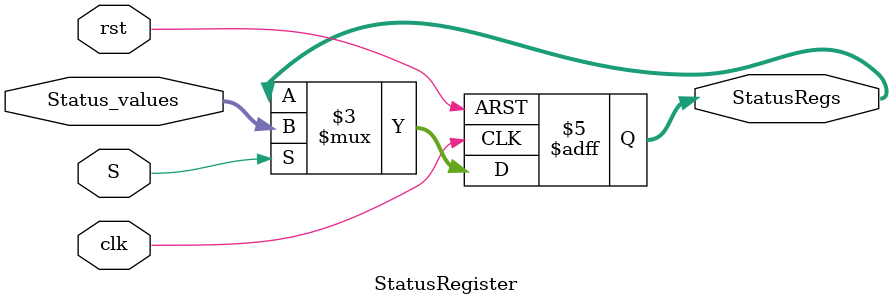
<source format=v>
module StatusRegister(input clk, rst, input [3:0] Status_values, input S, output reg[3:0] StatusRegs);
  always @ (negedge clk, posedge rst) begin
    if(rst)
      StatusRegs = 4'b1110;
    else if(S)
      StatusRegs = Status_values;
  end
endmodule // StatusRegister

</source>
